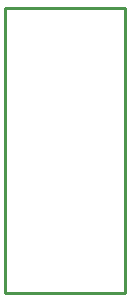
<source format=gbr>
G04 EAGLE Gerber RS-274X export*
G75*
%MOMM*%
%FSLAX34Y34*%
%LPD*%
%IN*%
%IPPOS*%
%AMOC8*
5,1,8,0,0,1.08239X$1,22.5*%
G01*
%ADD10C,0.254000*%


D10*
X0Y0D02*
X101600Y0D01*
X101600Y241300D01*
X0Y241300D01*
X0Y0D01*
M02*

</source>
